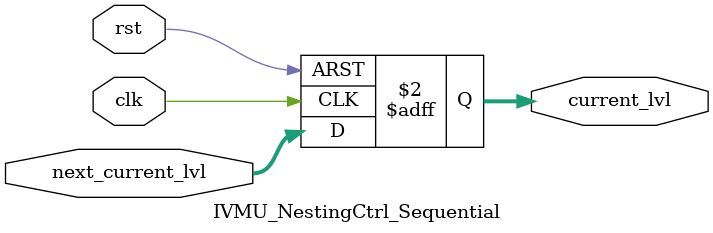
<source format=sv>
module IVMU_NestingCtrl #(parameter LVL=8) ( // Changed default LVL to 8 as requested width
    input clk,                      // Clock signal
    input rst,                      // Asynchronous reset signal
    input [LVL-1:0] int_lvl,        // Input nesting level from interrupt or other source
    output [LVL-1:0] current_lvl    // Output: The current effective nesting level
);

    // Internal wire to connect the output of the combinational logic
    // to the input of the sequential logic.
    wire [LVL-1:0] next_current_lvl;

    // Instantiate the combinational logic submodule.
    // This module calculates the desired next state based on current inputs and state.
    IVMU_NestingCtrl_Combinational #(
        .LVL (LVL) // Pass the parameter LVL to the submodule
    ) u_comb (
        .int_lvl         (int_lvl),       // Connect top-level input int_lvl
        .current_lvl     (current_lvl),   // Connect feedback of the current level from the register
        .next_current_lvl(next_current_lvl) // Connect to the input of the sequential module
    );

    // Instantiate the sequential logic submodule.
    // This module registers the calculated next state on the clock edge.
    IVMU_NestingCtrl_Sequential #(
        .LVL (LVL) // Pass the parameter LVL to the submodule
    ) u_seq (
        .clk             (clk),           // Connect clock
        .rst             (rst),           // Connect reset
        .next_current_lvl(next_current_lvl), // Connect from the output of the combinational module
        .current_lvl     (current_lvl)    // Connect to the top-level output current_lvl
    );

endmodule

// Submodule for combinational logic to determine the next nesting level
module IVMU_NestingCtrl_Combinational #(parameter LVL=8) ( // Changed default LVL to 8
    input [LVL-1:0] int_lvl,        // Input nesting level
    input [LVL-1:0] current_lvl,    // Current registered level
    output [LVL-1:0] next_current_lvl // Calculated next level based on inputs
);

    // Calculate the value that current_lvl should take on the next clock edge,
    // based on the input level and the current level.
    // If int_lvl is non-zero, the next level is the maximum of int_lvl and current_lvl.
    // If int_lvl is zero, the next level resets to 0.

    // Original logic: (int_lvl > current_lvl) ? int_lvl : current_lvl
    // Replaced comparison (int_lvl > current_lvl) with two's complement subtraction logic.
    // For unsigned numbers A and B, A > B is equivalent to the carry-out of A + (~B) + 1 being 1.

    // Calculate A + (~B) + 1 where A = int_lvl, B = current_lvl
    wire [LVL-1:0] current_lvl_inverted = ~current_lvl;
    // Perform the addition int_lvl + (~current_lvl) + 1.
    // Need LVL+1 bits for the sum to capture the carry out.
    wire [LVL:0]   subtraction_sum = {1'b0, int_lvl} + {1'b0, current_lvl_inverted} + 1;

    // The carry out of the LVL-bit subtraction is the MSB of the (LVL+1)-bit sum.
    // This carry out indicates if int_lvl > current_lvl (unsigned).
    wire           int_lvl_is_greater_than_current_lvl = subtraction_sum[LVL];

    assign next_current_lvl = (|int_lvl) ?
                              (int_lvl_is_greater_than_current_lvl ? int_lvl : current_lvl) :
                              {LVL{1'b0}}; // Explicitly size 0

endmodule

// Submodule for sequential logic (register) to hold the current nesting level
module IVMU_NestingCtrl_Sequential #(parameter LVL=8) ( // Changed default LVL to 8
    input clk,                      // Clock signal
    input rst,                      // Asynchronous reset signal
    input [LVL-1:0] next_current_lvl, // Value to be registered
    output reg [LVL-1:0] current_lvl  // Registered output: the current effective nesting level
);

    // Register the calculated next level on the positive clock edge.
    // Apply asynchronous reset to 0.
    always @(posedge clk or posedge rst) begin
        if (rst) begin
            current_lvl <= {LVL{1'b0}}; // Reset current_lvl to 0
        end else begin
            current_lvl <= next_current_lvl; // Update current_lvl with the calculated next value
        end
    end

endmodule
</source>
